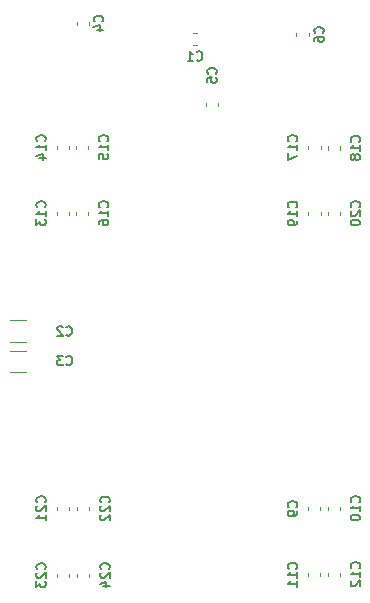
<source format=gbo>
%TF.GenerationSoftware,KiCad,Pcbnew,8.0.7*%
%TF.CreationDate,2025-02-08T20:50:40+05:30*%
%TF.ProjectId,AOS16 Double Buffer,414f5331-3620-4446-9f75-626c65204275,rev?*%
%TF.SameCoordinates,Original*%
%TF.FileFunction,Legend,Bot*%
%TF.FilePolarity,Positive*%
%FSLAX46Y46*%
G04 Gerber Fmt 4.6, Leading zero omitted, Abs format (unit mm)*
G04 Created by KiCad (PCBNEW 8.0.7) date 2025-02-08 20:50:40*
%MOMM*%
%LPD*%
G01*
G04 APERTURE LIST*
%ADD10C,0.200000*%
%ADD11C,0.120000*%
G04 APERTURE END LIST*
D10*
X58548504Y-34561667D02*
X58586600Y-34523571D01*
X58586600Y-34523571D02*
X58624695Y-34409286D01*
X58624695Y-34409286D02*
X58624695Y-34333095D01*
X58624695Y-34333095D02*
X58586600Y-34218809D01*
X58586600Y-34218809D02*
X58510409Y-34142619D01*
X58510409Y-34142619D02*
X58434219Y-34104524D01*
X58434219Y-34104524D02*
X58281838Y-34066428D01*
X58281838Y-34066428D02*
X58167552Y-34066428D01*
X58167552Y-34066428D02*
X58015171Y-34104524D01*
X58015171Y-34104524D02*
X57938980Y-34142619D01*
X57938980Y-34142619D02*
X57862790Y-34218809D01*
X57862790Y-34218809D02*
X57824695Y-34333095D01*
X57824695Y-34333095D02*
X57824695Y-34409286D01*
X57824695Y-34409286D02*
X57862790Y-34523571D01*
X57862790Y-34523571D02*
X57900885Y-34561667D01*
X57824695Y-35285476D02*
X57824695Y-34904524D01*
X57824695Y-34904524D02*
X58205647Y-34866428D01*
X58205647Y-34866428D02*
X58167552Y-34904524D01*
X58167552Y-34904524D02*
X58129457Y-34980714D01*
X58129457Y-34980714D02*
X58129457Y-35171190D01*
X58129457Y-35171190D02*
X58167552Y-35247381D01*
X58167552Y-35247381D02*
X58205647Y-35285476D01*
X58205647Y-35285476D02*
X58281838Y-35323571D01*
X58281838Y-35323571D02*
X58472314Y-35323571D01*
X58472314Y-35323571D02*
X58548504Y-35285476D01*
X58548504Y-35285476D02*
X58586600Y-35247381D01*
X58586600Y-35247381D02*
X58624695Y-35171190D01*
X58624695Y-35171190D02*
X58624695Y-34980714D01*
X58624695Y-34980714D02*
X58586600Y-34904524D01*
X58586600Y-34904524D02*
X58548504Y-34866428D01*
X67608504Y-31121667D02*
X67646600Y-31083571D01*
X67646600Y-31083571D02*
X67684695Y-30969286D01*
X67684695Y-30969286D02*
X67684695Y-30893095D01*
X67684695Y-30893095D02*
X67646600Y-30778809D01*
X67646600Y-30778809D02*
X67570409Y-30702619D01*
X67570409Y-30702619D02*
X67494219Y-30664524D01*
X67494219Y-30664524D02*
X67341838Y-30626428D01*
X67341838Y-30626428D02*
X67227552Y-30626428D01*
X67227552Y-30626428D02*
X67075171Y-30664524D01*
X67075171Y-30664524D02*
X66998980Y-30702619D01*
X66998980Y-30702619D02*
X66922790Y-30778809D01*
X66922790Y-30778809D02*
X66884695Y-30893095D01*
X66884695Y-30893095D02*
X66884695Y-30969286D01*
X66884695Y-30969286D02*
X66922790Y-31083571D01*
X66922790Y-31083571D02*
X66960885Y-31121667D01*
X66884695Y-31807381D02*
X66884695Y-31655000D01*
X66884695Y-31655000D02*
X66922790Y-31578809D01*
X66922790Y-31578809D02*
X66960885Y-31540714D01*
X66960885Y-31540714D02*
X67075171Y-31464524D01*
X67075171Y-31464524D02*
X67227552Y-31426428D01*
X67227552Y-31426428D02*
X67532314Y-31426428D01*
X67532314Y-31426428D02*
X67608504Y-31464524D01*
X67608504Y-31464524D02*
X67646600Y-31502619D01*
X67646600Y-31502619D02*
X67684695Y-31578809D01*
X67684695Y-31578809D02*
X67684695Y-31731190D01*
X67684695Y-31731190D02*
X67646600Y-31807381D01*
X67646600Y-31807381D02*
X67608504Y-31845476D01*
X67608504Y-31845476D02*
X67532314Y-31883571D01*
X67532314Y-31883571D02*
X67341838Y-31883571D01*
X67341838Y-31883571D02*
X67265647Y-31845476D01*
X67265647Y-31845476D02*
X67227552Y-31807381D01*
X67227552Y-31807381D02*
X67189457Y-31731190D01*
X67189457Y-31731190D02*
X67189457Y-31578809D01*
X67189457Y-31578809D02*
X67227552Y-31502619D01*
X67227552Y-31502619D02*
X67265647Y-31464524D01*
X67265647Y-31464524D02*
X67341838Y-31426428D01*
X56928332Y-33398504D02*
X56966428Y-33436600D01*
X56966428Y-33436600D02*
X57080713Y-33474695D01*
X57080713Y-33474695D02*
X57156904Y-33474695D01*
X57156904Y-33474695D02*
X57271190Y-33436600D01*
X57271190Y-33436600D02*
X57347380Y-33360409D01*
X57347380Y-33360409D02*
X57385475Y-33284219D01*
X57385475Y-33284219D02*
X57423571Y-33131838D01*
X57423571Y-33131838D02*
X57423571Y-33017552D01*
X57423571Y-33017552D02*
X57385475Y-32865171D01*
X57385475Y-32865171D02*
X57347380Y-32788980D01*
X57347380Y-32788980D02*
X57271190Y-32712790D01*
X57271190Y-32712790D02*
X57156904Y-32674695D01*
X57156904Y-32674695D02*
X57080713Y-32674695D01*
X57080713Y-32674695D02*
X56966428Y-32712790D01*
X56966428Y-32712790D02*
X56928332Y-32750885D01*
X56166428Y-33474695D02*
X56623571Y-33474695D01*
X56394999Y-33474695D02*
X56394999Y-32674695D01*
X56394999Y-32674695D02*
X56471190Y-32788980D01*
X56471190Y-32788980D02*
X56547380Y-32865171D01*
X56547380Y-32865171D02*
X56623571Y-32903266D01*
X48953504Y-30151667D02*
X48991600Y-30113571D01*
X48991600Y-30113571D02*
X49029695Y-29999286D01*
X49029695Y-29999286D02*
X49029695Y-29923095D01*
X49029695Y-29923095D02*
X48991600Y-29808809D01*
X48991600Y-29808809D02*
X48915409Y-29732619D01*
X48915409Y-29732619D02*
X48839219Y-29694524D01*
X48839219Y-29694524D02*
X48686838Y-29656428D01*
X48686838Y-29656428D02*
X48572552Y-29656428D01*
X48572552Y-29656428D02*
X48420171Y-29694524D01*
X48420171Y-29694524D02*
X48343980Y-29732619D01*
X48343980Y-29732619D02*
X48267790Y-29808809D01*
X48267790Y-29808809D02*
X48229695Y-29923095D01*
X48229695Y-29923095D02*
X48229695Y-29999286D01*
X48229695Y-29999286D02*
X48267790Y-30113571D01*
X48267790Y-30113571D02*
X48305885Y-30151667D01*
X48496361Y-30837381D02*
X49029695Y-30837381D01*
X48191600Y-30646905D02*
X48763028Y-30456428D01*
X48763028Y-30456428D02*
X48763028Y-30951667D01*
X45893332Y-56683504D02*
X45931428Y-56721600D01*
X45931428Y-56721600D02*
X46045713Y-56759695D01*
X46045713Y-56759695D02*
X46121904Y-56759695D01*
X46121904Y-56759695D02*
X46236190Y-56721600D01*
X46236190Y-56721600D02*
X46312380Y-56645409D01*
X46312380Y-56645409D02*
X46350475Y-56569219D01*
X46350475Y-56569219D02*
X46388571Y-56416838D01*
X46388571Y-56416838D02*
X46388571Y-56302552D01*
X46388571Y-56302552D02*
X46350475Y-56150171D01*
X46350475Y-56150171D02*
X46312380Y-56073980D01*
X46312380Y-56073980D02*
X46236190Y-55997790D01*
X46236190Y-55997790D02*
X46121904Y-55959695D01*
X46121904Y-55959695D02*
X46045713Y-55959695D01*
X46045713Y-55959695D02*
X45931428Y-55997790D01*
X45931428Y-55997790D02*
X45893332Y-56035885D01*
X45588571Y-56035885D02*
X45550475Y-55997790D01*
X45550475Y-55997790D02*
X45474285Y-55959695D01*
X45474285Y-55959695D02*
X45283809Y-55959695D01*
X45283809Y-55959695D02*
X45207618Y-55997790D01*
X45207618Y-55997790D02*
X45169523Y-56035885D01*
X45169523Y-56035885D02*
X45131428Y-56112076D01*
X45131428Y-56112076D02*
X45131428Y-56188266D01*
X45131428Y-56188266D02*
X45169523Y-56302552D01*
X45169523Y-56302552D02*
X45626666Y-56759695D01*
X45626666Y-56759695D02*
X45131428Y-56759695D01*
X44083504Y-76530714D02*
X44121600Y-76492618D01*
X44121600Y-76492618D02*
X44159695Y-76378333D01*
X44159695Y-76378333D02*
X44159695Y-76302142D01*
X44159695Y-76302142D02*
X44121600Y-76187856D01*
X44121600Y-76187856D02*
X44045409Y-76111666D01*
X44045409Y-76111666D02*
X43969219Y-76073571D01*
X43969219Y-76073571D02*
X43816838Y-76035475D01*
X43816838Y-76035475D02*
X43702552Y-76035475D01*
X43702552Y-76035475D02*
X43550171Y-76073571D01*
X43550171Y-76073571D02*
X43473980Y-76111666D01*
X43473980Y-76111666D02*
X43397790Y-76187856D01*
X43397790Y-76187856D02*
X43359695Y-76302142D01*
X43359695Y-76302142D02*
X43359695Y-76378333D01*
X43359695Y-76378333D02*
X43397790Y-76492618D01*
X43397790Y-76492618D02*
X43435885Y-76530714D01*
X43435885Y-76835475D02*
X43397790Y-76873571D01*
X43397790Y-76873571D02*
X43359695Y-76949761D01*
X43359695Y-76949761D02*
X43359695Y-77140237D01*
X43359695Y-77140237D02*
X43397790Y-77216428D01*
X43397790Y-77216428D02*
X43435885Y-77254523D01*
X43435885Y-77254523D02*
X43512076Y-77292618D01*
X43512076Y-77292618D02*
X43588266Y-77292618D01*
X43588266Y-77292618D02*
X43702552Y-77254523D01*
X43702552Y-77254523D02*
X44159695Y-76797380D01*
X44159695Y-76797380D02*
X44159695Y-77292618D01*
X43359695Y-77559285D02*
X43359695Y-78054523D01*
X43359695Y-78054523D02*
X43664457Y-77787857D01*
X43664457Y-77787857D02*
X43664457Y-77902142D01*
X43664457Y-77902142D02*
X43702552Y-77978333D01*
X43702552Y-77978333D02*
X43740647Y-78016428D01*
X43740647Y-78016428D02*
X43816838Y-78054523D01*
X43816838Y-78054523D02*
X44007314Y-78054523D01*
X44007314Y-78054523D02*
X44083504Y-78016428D01*
X44083504Y-78016428D02*
X44121600Y-77978333D01*
X44121600Y-77978333D02*
X44159695Y-77902142D01*
X44159695Y-77902142D02*
X44159695Y-77673571D01*
X44159695Y-77673571D02*
X44121600Y-77597380D01*
X44121600Y-77597380D02*
X44083504Y-77559285D01*
X65383504Y-76475714D02*
X65421600Y-76437618D01*
X65421600Y-76437618D02*
X65459695Y-76323333D01*
X65459695Y-76323333D02*
X65459695Y-76247142D01*
X65459695Y-76247142D02*
X65421600Y-76132856D01*
X65421600Y-76132856D02*
X65345409Y-76056666D01*
X65345409Y-76056666D02*
X65269219Y-76018571D01*
X65269219Y-76018571D02*
X65116838Y-75980475D01*
X65116838Y-75980475D02*
X65002552Y-75980475D01*
X65002552Y-75980475D02*
X64850171Y-76018571D01*
X64850171Y-76018571D02*
X64773980Y-76056666D01*
X64773980Y-76056666D02*
X64697790Y-76132856D01*
X64697790Y-76132856D02*
X64659695Y-76247142D01*
X64659695Y-76247142D02*
X64659695Y-76323333D01*
X64659695Y-76323333D02*
X64697790Y-76437618D01*
X64697790Y-76437618D02*
X64735885Y-76475714D01*
X65459695Y-77237618D02*
X65459695Y-76780475D01*
X65459695Y-77009047D02*
X64659695Y-77009047D01*
X64659695Y-77009047D02*
X64773980Y-76932856D01*
X64773980Y-76932856D02*
X64850171Y-76856666D01*
X64850171Y-76856666D02*
X64888266Y-76780475D01*
X65459695Y-77999523D02*
X65459695Y-77542380D01*
X65459695Y-77770952D02*
X64659695Y-77770952D01*
X64659695Y-77770952D02*
X64773980Y-77694761D01*
X64773980Y-77694761D02*
X64850171Y-77618571D01*
X64850171Y-77618571D02*
X64888266Y-77542380D01*
X49383504Y-45875714D02*
X49421600Y-45837618D01*
X49421600Y-45837618D02*
X49459695Y-45723333D01*
X49459695Y-45723333D02*
X49459695Y-45647142D01*
X49459695Y-45647142D02*
X49421600Y-45532856D01*
X49421600Y-45532856D02*
X49345409Y-45456666D01*
X49345409Y-45456666D02*
X49269219Y-45418571D01*
X49269219Y-45418571D02*
X49116838Y-45380475D01*
X49116838Y-45380475D02*
X49002552Y-45380475D01*
X49002552Y-45380475D02*
X48850171Y-45418571D01*
X48850171Y-45418571D02*
X48773980Y-45456666D01*
X48773980Y-45456666D02*
X48697790Y-45532856D01*
X48697790Y-45532856D02*
X48659695Y-45647142D01*
X48659695Y-45647142D02*
X48659695Y-45723333D01*
X48659695Y-45723333D02*
X48697790Y-45837618D01*
X48697790Y-45837618D02*
X48735885Y-45875714D01*
X49459695Y-46637618D02*
X49459695Y-46180475D01*
X49459695Y-46409047D02*
X48659695Y-46409047D01*
X48659695Y-46409047D02*
X48773980Y-46332856D01*
X48773980Y-46332856D02*
X48850171Y-46256666D01*
X48850171Y-46256666D02*
X48888266Y-46180475D01*
X48659695Y-47323333D02*
X48659695Y-47170952D01*
X48659695Y-47170952D02*
X48697790Y-47094761D01*
X48697790Y-47094761D02*
X48735885Y-47056666D01*
X48735885Y-47056666D02*
X48850171Y-46980476D01*
X48850171Y-46980476D02*
X49002552Y-46942380D01*
X49002552Y-46942380D02*
X49307314Y-46942380D01*
X49307314Y-46942380D02*
X49383504Y-46980476D01*
X49383504Y-46980476D02*
X49421600Y-47018571D01*
X49421600Y-47018571D02*
X49459695Y-47094761D01*
X49459695Y-47094761D02*
X49459695Y-47247142D01*
X49459695Y-47247142D02*
X49421600Y-47323333D01*
X49421600Y-47323333D02*
X49383504Y-47361428D01*
X49383504Y-47361428D02*
X49307314Y-47399523D01*
X49307314Y-47399523D02*
X49116838Y-47399523D01*
X49116838Y-47399523D02*
X49040647Y-47361428D01*
X49040647Y-47361428D02*
X49002552Y-47323333D01*
X49002552Y-47323333D02*
X48964457Y-47247142D01*
X48964457Y-47247142D02*
X48964457Y-47094761D01*
X48964457Y-47094761D02*
X49002552Y-47018571D01*
X49002552Y-47018571D02*
X49040647Y-46980476D01*
X49040647Y-46980476D02*
X49116838Y-46942380D01*
X70683504Y-45885714D02*
X70721600Y-45847618D01*
X70721600Y-45847618D02*
X70759695Y-45733333D01*
X70759695Y-45733333D02*
X70759695Y-45657142D01*
X70759695Y-45657142D02*
X70721600Y-45542856D01*
X70721600Y-45542856D02*
X70645409Y-45466666D01*
X70645409Y-45466666D02*
X70569219Y-45428571D01*
X70569219Y-45428571D02*
X70416838Y-45390475D01*
X70416838Y-45390475D02*
X70302552Y-45390475D01*
X70302552Y-45390475D02*
X70150171Y-45428571D01*
X70150171Y-45428571D02*
X70073980Y-45466666D01*
X70073980Y-45466666D02*
X69997790Y-45542856D01*
X69997790Y-45542856D02*
X69959695Y-45657142D01*
X69959695Y-45657142D02*
X69959695Y-45733333D01*
X69959695Y-45733333D02*
X69997790Y-45847618D01*
X69997790Y-45847618D02*
X70035885Y-45885714D01*
X70035885Y-46190475D02*
X69997790Y-46228571D01*
X69997790Y-46228571D02*
X69959695Y-46304761D01*
X69959695Y-46304761D02*
X69959695Y-46495237D01*
X69959695Y-46495237D02*
X69997790Y-46571428D01*
X69997790Y-46571428D02*
X70035885Y-46609523D01*
X70035885Y-46609523D02*
X70112076Y-46647618D01*
X70112076Y-46647618D02*
X70188266Y-46647618D01*
X70188266Y-46647618D02*
X70302552Y-46609523D01*
X70302552Y-46609523D02*
X70759695Y-46152380D01*
X70759695Y-46152380D02*
X70759695Y-46647618D01*
X69959695Y-47142857D02*
X69959695Y-47219047D01*
X69959695Y-47219047D02*
X69997790Y-47295238D01*
X69997790Y-47295238D02*
X70035885Y-47333333D01*
X70035885Y-47333333D02*
X70112076Y-47371428D01*
X70112076Y-47371428D02*
X70264457Y-47409523D01*
X70264457Y-47409523D02*
X70454933Y-47409523D01*
X70454933Y-47409523D02*
X70607314Y-47371428D01*
X70607314Y-47371428D02*
X70683504Y-47333333D01*
X70683504Y-47333333D02*
X70721600Y-47295238D01*
X70721600Y-47295238D02*
X70759695Y-47219047D01*
X70759695Y-47219047D02*
X70759695Y-47142857D01*
X70759695Y-47142857D02*
X70721600Y-47066666D01*
X70721600Y-47066666D02*
X70683504Y-47028571D01*
X70683504Y-47028571D02*
X70607314Y-46990476D01*
X70607314Y-46990476D02*
X70454933Y-46952380D01*
X70454933Y-46952380D02*
X70264457Y-46952380D01*
X70264457Y-46952380D02*
X70112076Y-46990476D01*
X70112076Y-46990476D02*
X70035885Y-47028571D01*
X70035885Y-47028571D02*
X69997790Y-47066666D01*
X69997790Y-47066666D02*
X69959695Y-47142857D01*
X44083504Y-40285714D02*
X44121600Y-40247618D01*
X44121600Y-40247618D02*
X44159695Y-40133333D01*
X44159695Y-40133333D02*
X44159695Y-40057142D01*
X44159695Y-40057142D02*
X44121600Y-39942856D01*
X44121600Y-39942856D02*
X44045409Y-39866666D01*
X44045409Y-39866666D02*
X43969219Y-39828571D01*
X43969219Y-39828571D02*
X43816838Y-39790475D01*
X43816838Y-39790475D02*
X43702552Y-39790475D01*
X43702552Y-39790475D02*
X43550171Y-39828571D01*
X43550171Y-39828571D02*
X43473980Y-39866666D01*
X43473980Y-39866666D02*
X43397790Y-39942856D01*
X43397790Y-39942856D02*
X43359695Y-40057142D01*
X43359695Y-40057142D02*
X43359695Y-40133333D01*
X43359695Y-40133333D02*
X43397790Y-40247618D01*
X43397790Y-40247618D02*
X43435885Y-40285714D01*
X44159695Y-41047618D02*
X44159695Y-40590475D01*
X44159695Y-40819047D02*
X43359695Y-40819047D01*
X43359695Y-40819047D02*
X43473980Y-40742856D01*
X43473980Y-40742856D02*
X43550171Y-40666666D01*
X43550171Y-40666666D02*
X43588266Y-40590475D01*
X43626361Y-41733333D02*
X44159695Y-41733333D01*
X43321600Y-41542857D02*
X43893028Y-41352380D01*
X43893028Y-41352380D02*
X43893028Y-41847619D01*
X45893332Y-59193504D02*
X45931428Y-59231600D01*
X45931428Y-59231600D02*
X46045713Y-59269695D01*
X46045713Y-59269695D02*
X46121904Y-59269695D01*
X46121904Y-59269695D02*
X46236190Y-59231600D01*
X46236190Y-59231600D02*
X46312380Y-59155409D01*
X46312380Y-59155409D02*
X46350475Y-59079219D01*
X46350475Y-59079219D02*
X46388571Y-58926838D01*
X46388571Y-58926838D02*
X46388571Y-58812552D01*
X46388571Y-58812552D02*
X46350475Y-58660171D01*
X46350475Y-58660171D02*
X46312380Y-58583980D01*
X46312380Y-58583980D02*
X46236190Y-58507790D01*
X46236190Y-58507790D02*
X46121904Y-58469695D01*
X46121904Y-58469695D02*
X46045713Y-58469695D01*
X46045713Y-58469695D02*
X45931428Y-58507790D01*
X45931428Y-58507790D02*
X45893332Y-58545885D01*
X45626666Y-58469695D02*
X45131428Y-58469695D01*
X45131428Y-58469695D02*
X45398094Y-58774457D01*
X45398094Y-58774457D02*
X45283809Y-58774457D01*
X45283809Y-58774457D02*
X45207618Y-58812552D01*
X45207618Y-58812552D02*
X45169523Y-58850647D01*
X45169523Y-58850647D02*
X45131428Y-58926838D01*
X45131428Y-58926838D02*
X45131428Y-59117314D01*
X45131428Y-59117314D02*
X45169523Y-59193504D01*
X45169523Y-59193504D02*
X45207618Y-59231600D01*
X45207618Y-59231600D02*
X45283809Y-59269695D01*
X45283809Y-59269695D02*
X45512380Y-59269695D01*
X45512380Y-59269695D02*
X45588571Y-59231600D01*
X45588571Y-59231600D02*
X45626666Y-59193504D01*
X49383504Y-40285714D02*
X49421600Y-40247618D01*
X49421600Y-40247618D02*
X49459695Y-40133333D01*
X49459695Y-40133333D02*
X49459695Y-40057142D01*
X49459695Y-40057142D02*
X49421600Y-39942856D01*
X49421600Y-39942856D02*
X49345409Y-39866666D01*
X49345409Y-39866666D02*
X49269219Y-39828571D01*
X49269219Y-39828571D02*
X49116838Y-39790475D01*
X49116838Y-39790475D02*
X49002552Y-39790475D01*
X49002552Y-39790475D02*
X48850171Y-39828571D01*
X48850171Y-39828571D02*
X48773980Y-39866666D01*
X48773980Y-39866666D02*
X48697790Y-39942856D01*
X48697790Y-39942856D02*
X48659695Y-40057142D01*
X48659695Y-40057142D02*
X48659695Y-40133333D01*
X48659695Y-40133333D02*
X48697790Y-40247618D01*
X48697790Y-40247618D02*
X48735885Y-40285714D01*
X49459695Y-41047618D02*
X49459695Y-40590475D01*
X49459695Y-40819047D02*
X48659695Y-40819047D01*
X48659695Y-40819047D02*
X48773980Y-40742856D01*
X48773980Y-40742856D02*
X48850171Y-40666666D01*
X48850171Y-40666666D02*
X48888266Y-40590475D01*
X48659695Y-41771428D02*
X48659695Y-41390476D01*
X48659695Y-41390476D02*
X49040647Y-41352380D01*
X49040647Y-41352380D02*
X49002552Y-41390476D01*
X49002552Y-41390476D02*
X48964457Y-41466666D01*
X48964457Y-41466666D02*
X48964457Y-41657142D01*
X48964457Y-41657142D02*
X49002552Y-41733333D01*
X49002552Y-41733333D02*
X49040647Y-41771428D01*
X49040647Y-41771428D02*
X49116838Y-41809523D01*
X49116838Y-41809523D02*
X49307314Y-41809523D01*
X49307314Y-41809523D02*
X49383504Y-41771428D01*
X49383504Y-41771428D02*
X49421600Y-41733333D01*
X49421600Y-41733333D02*
X49459695Y-41657142D01*
X49459695Y-41657142D02*
X49459695Y-41466666D01*
X49459695Y-41466666D02*
X49421600Y-41390476D01*
X49421600Y-41390476D02*
X49383504Y-41352380D01*
X70683504Y-40345714D02*
X70721600Y-40307618D01*
X70721600Y-40307618D02*
X70759695Y-40193333D01*
X70759695Y-40193333D02*
X70759695Y-40117142D01*
X70759695Y-40117142D02*
X70721600Y-40002856D01*
X70721600Y-40002856D02*
X70645409Y-39926666D01*
X70645409Y-39926666D02*
X70569219Y-39888571D01*
X70569219Y-39888571D02*
X70416838Y-39850475D01*
X70416838Y-39850475D02*
X70302552Y-39850475D01*
X70302552Y-39850475D02*
X70150171Y-39888571D01*
X70150171Y-39888571D02*
X70073980Y-39926666D01*
X70073980Y-39926666D02*
X69997790Y-40002856D01*
X69997790Y-40002856D02*
X69959695Y-40117142D01*
X69959695Y-40117142D02*
X69959695Y-40193333D01*
X69959695Y-40193333D02*
X69997790Y-40307618D01*
X69997790Y-40307618D02*
X70035885Y-40345714D01*
X70759695Y-41107618D02*
X70759695Y-40650475D01*
X70759695Y-40879047D02*
X69959695Y-40879047D01*
X69959695Y-40879047D02*
X70073980Y-40802856D01*
X70073980Y-40802856D02*
X70150171Y-40726666D01*
X70150171Y-40726666D02*
X70188266Y-40650475D01*
X70302552Y-41564761D02*
X70264457Y-41488571D01*
X70264457Y-41488571D02*
X70226361Y-41450476D01*
X70226361Y-41450476D02*
X70150171Y-41412380D01*
X70150171Y-41412380D02*
X70112076Y-41412380D01*
X70112076Y-41412380D02*
X70035885Y-41450476D01*
X70035885Y-41450476D02*
X69997790Y-41488571D01*
X69997790Y-41488571D02*
X69959695Y-41564761D01*
X69959695Y-41564761D02*
X69959695Y-41717142D01*
X69959695Y-41717142D02*
X69997790Y-41793333D01*
X69997790Y-41793333D02*
X70035885Y-41831428D01*
X70035885Y-41831428D02*
X70112076Y-41869523D01*
X70112076Y-41869523D02*
X70150171Y-41869523D01*
X70150171Y-41869523D02*
X70226361Y-41831428D01*
X70226361Y-41831428D02*
X70264457Y-41793333D01*
X70264457Y-41793333D02*
X70302552Y-41717142D01*
X70302552Y-41717142D02*
X70302552Y-41564761D01*
X70302552Y-41564761D02*
X70340647Y-41488571D01*
X70340647Y-41488571D02*
X70378742Y-41450476D01*
X70378742Y-41450476D02*
X70454933Y-41412380D01*
X70454933Y-41412380D02*
X70607314Y-41412380D01*
X70607314Y-41412380D02*
X70683504Y-41450476D01*
X70683504Y-41450476D02*
X70721600Y-41488571D01*
X70721600Y-41488571D02*
X70759695Y-41564761D01*
X70759695Y-41564761D02*
X70759695Y-41717142D01*
X70759695Y-41717142D02*
X70721600Y-41793333D01*
X70721600Y-41793333D02*
X70683504Y-41831428D01*
X70683504Y-41831428D02*
X70607314Y-41869523D01*
X70607314Y-41869523D02*
X70454933Y-41869523D01*
X70454933Y-41869523D02*
X70378742Y-41831428D01*
X70378742Y-41831428D02*
X70340647Y-41793333D01*
X70340647Y-41793333D02*
X70302552Y-41717142D01*
X49483504Y-70868214D02*
X49521600Y-70830118D01*
X49521600Y-70830118D02*
X49559695Y-70715833D01*
X49559695Y-70715833D02*
X49559695Y-70639642D01*
X49559695Y-70639642D02*
X49521600Y-70525356D01*
X49521600Y-70525356D02*
X49445409Y-70449166D01*
X49445409Y-70449166D02*
X49369219Y-70411071D01*
X49369219Y-70411071D02*
X49216838Y-70372975D01*
X49216838Y-70372975D02*
X49102552Y-70372975D01*
X49102552Y-70372975D02*
X48950171Y-70411071D01*
X48950171Y-70411071D02*
X48873980Y-70449166D01*
X48873980Y-70449166D02*
X48797790Y-70525356D01*
X48797790Y-70525356D02*
X48759695Y-70639642D01*
X48759695Y-70639642D02*
X48759695Y-70715833D01*
X48759695Y-70715833D02*
X48797790Y-70830118D01*
X48797790Y-70830118D02*
X48835885Y-70868214D01*
X48835885Y-71172975D02*
X48797790Y-71211071D01*
X48797790Y-71211071D02*
X48759695Y-71287261D01*
X48759695Y-71287261D02*
X48759695Y-71477737D01*
X48759695Y-71477737D02*
X48797790Y-71553928D01*
X48797790Y-71553928D02*
X48835885Y-71592023D01*
X48835885Y-71592023D02*
X48912076Y-71630118D01*
X48912076Y-71630118D02*
X48988266Y-71630118D01*
X48988266Y-71630118D02*
X49102552Y-71592023D01*
X49102552Y-71592023D02*
X49559695Y-71134880D01*
X49559695Y-71134880D02*
X49559695Y-71630118D01*
X48835885Y-71934880D02*
X48797790Y-71972976D01*
X48797790Y-71972976D02*
X48759695Y-72049166D01*
X48759695Y-72049166D02*
X48759695Y-72239642D01*
X48759695Y-72239642D02*
X48797790Y-72315833D01*
X48797790Y-72315833D02*
X48835885Y-72353928D01*
X48835885Y-72353928D02*
X48912076Y-72392023D01*
X48912076Y-72392023D02*
X48988266Y-72392023D01*
X48988266Y-72392023D02*
X49102552Y-72353928D01*
X49102552Y-72353928D02*
X49559695Y-71896785D01*
X49559695Y-71896785D02*
X49559695Y-72392023D01*
X65383504Y-45890714D02*
X65421600Y-45852618D01*
X65421600Y-45852618D02*
X65459695Y-45738333D01*
X65459695Y-45738333D02*
X65459695Y-45662142D01*
X65459695Y-45662142D02*
X65421600Y-45547856D01*
X65421600Y-45547856D02*
X65345409Y-45471666D01*
X65345409Y-45471666D02*
X65269219Y-45433571D01*
X65269219Y-45433571D02*
X65116838Y-45395475D01*
X65116838Y-45395475D02*
X65002552Y-45395475D01*
X65002552Y-45395475D02*
X64850171Y-45433571D01*
X64850171Y-45433571D02*
X64773980Y-45471666D01*
X64773980Y-45471666D02*
X64697790Y-45547856D01*
X64697790Y-45547856D02*
X64659695Y-45662142D01*
X64659695Y-45662142D02*
X64659695Y-45738333D01*
X64659695Y-45738333D02*
X64697790Y-45852618D01*
X64697790Y-45852618D02*
X64735885Y-45890714D01*
X65459695Y-46652618D02*
X65459695Y-46195475D01*
X65459695Y-46424047D02*
X64659695Y-46424047D01*
X64659695Y-46424047D02*
X64773980Y-46347856D01*
X64773980Y-46347856D02*
X64850171Y-46271666D01*
X64850171Y-46271666D02*
X64888266Y-46195475D01*
X65459695Y-47033571D02*
X65459695Y-47185952D01*
X65459695Y-47185952D02*
X65421600Y-47262142D01*
X65421600Y-47262142D02*
X65383504Y-47300238D01*
X65383504Y-47300238D02*
X65269219Y-47376428D01*
X65269219Y-47376428D02*
X65116838Y-47414523D01*
X65116838Y-47414523D02*
X64812076Y-47414523D01*
X64812076Y-47414523D02*
X64735885Y-47376428D01*
X64735885Y-47376428D02*
X64697790Y-47338333D01*
X64697790Y-47338333D02*
X64659695Y-47262142D01*
X64659695Y-47262142D02*
X64659695Y-47109761D01*
X64659695Y-47109761D02*
X64697790Y-47033571D01*
X64697790Y-47033571D02*
X64735885Y-46995476D01*
X64735885Y-46995476D02*
X64812076Y-46957380D01*
X64812076Y-46957380D02*
X65002552Y-46957380D01*
X65002552Y-46957380D02*
X65078742Y-46995476D01*
X65078742Y-46995476D02*
X65116838Y-47033571D01*
X65116838Y-47033571D02*
X65154933Y-47109761D01*
X65154933Y-47109761D02*
X65154933Y-47262142D01*
X65154933Y-47262142D02*
X65116838Y-47338333D01*
X65116838Y-47338333D02*
X65078742Y-47376428D01*
X65078742Y-47376428D02*
X65002552Y-47414523D01*
X44083504Y-70865714D02*
X44121600Y-70827618D01*
X44121600Y-70827618D02*
X44159695Y-70713333D01*
X44159695Y-70713333D02*
X44159695Y-70637142D01*
X44159695Y-70637142D02*
X44121600Y-70522856D01*
X44121600Y-70522856D02*
X44045409Y-70446666D01*
X44045409Y-70446666D02*
X43969219Y-70408571D01*
X43969219Y-70408571D02*
X43816838Y-70370475D01*
X43816838Y-70370475D02*
X43702552Y-70370475D01*
X43702552Y-70370475D02*
X43550171Y-70408571D01*
X43550171Y-70408571D02*
X43473980Y-70446666D01*
X43473980Y-70446666D02*
X43397790Y-70522856D01*
X43397790Y-70522856D02*
X43359695Y-70637142D01*
X43359695Y-70637142D02*
X43359695Y-70713333D01*
X43359695Y-70713333D02*
X43397790Y-70827618D01*
X43397790Y-70827618D02*
X43435885Y-70865714D01*
X43435885Y-71170475D02*
X43397790Y-71208571D01*
X43397790Y-71208571D02*
X43359695Y-71284761D01*
X43359695Y-71284761D02*
X43359695Y-71475237D01*
X43359695Y-71475237D02*
X43397790Y-71551428D01*
X43397790Y-71551428D02*
X43435885Y-71589523D01*
X43435885Y-71589523D02*
X43512076Y-71627618D01*
X43512076Y-71627618D02*
X43588266Y-71627618D01*
X43588266Y-71627618D02*
X43702552Y-71589523D01*
X43702552Y-71589523D02*
X44159695Y-71132380D01*
X44159695Y-71132380D02*
X44159695Y-71627618D01*
X44159695Y-72389523D02*
X44159695Y-71932380D01*
X44159695Y-72160952D02*
X43359695Y-72160952D01*
X43359695Y-72160952D02*
X43473980Y-72084761D01*
X43473980Y-72084761D02*
X43550171Y-72008571D01*
X43550171Y-72008571D02*
X43588266Y-71932380D01*
X65383504Y-71256667D02*
X65421600Y-71218571D01*
X65421600Y-71218571D02*
X65459695Y-71104286D01*
X65459695Y-71104286D02*
X65459695Y-71028095D01*
X65459695Y-71028095D02*
X65421600Y-70913809D01*
X65421600Y-70913809D02*
X65345409Y-70837619D01*
X65345409Y-70837619D02*
X65269219Y-70799524D01*
X65269219Y-70799524D02*
X65116838Y-70761428D01*
X65116838Y-70761428D02*
X65002552Y-70761428D01*
X65002552Y-70761428D02*
X64850171Y-70799524D01*
X64850171Y-70799524D02*
X64773980Y-70837619D01*
X64773980Y-70837619D02*
X64697790Y-70913809D01*
X64697790Y-70913809D02*
X64659695Y-71028095D01*
X64659695Y-71028095D02*
X64659695Y-71104286D01*
X64659695Y-71104286D02*
X64697790Y-71218571D01*
X64697790Y-71218571D02*
X64735885Y-71256667D01*
X65459695Y-71637619D02*
X65459695Y-71790000D01*
X65459695Y-71790000D02*
X65421600Y-71866190D01*
X65421600Y-71866190D02*
X65383504Y-71904286D01*
X65383504Y-71904286D02*
X65269219Y-71980476D01*
X65269219Y-71980476D02*
X65116838Y-72018571D01*
X65116838Y-72018571D02*
X64812076Y-72018571D01*
X64812076Y-72018571D02*
X64735885Y-71980476D01*
X64735885Y-71980476D02*
X64697790Y-71942381D01*
X64697790Y-71942381D02*
X64659695Y-71866190D01*
X64659695Y-71866190D02*
X64659695Y-71713809D01*
X64659695Y-71713809D02*
X64697790Y-71637619D01*
X64697790Y-71637619D02*
X64735885Y-71599524D01*
X64735885Y-71599524D02*
X64812076Y-71561428D01*
X64812076Y-71561428D02*
X65002552Y-71561428D01*
X65002552Y-71561428D02*
X65078742Y-71599524D01*
X65078742Y-71599524D02*
X65116838Y-71637619D01*
X65116838Y-71637619D02*
X65154933Y-71713809D01*
X65154933Y-71713809D02*
X65154933Y-71866190D01*
X65154933Y-71866190D02*
X65116838Y-71942381D01*
X65116838Y-71942381D02*
X65078742Y-71980476D01*
X65078742Y-71980476D02*
X65002552Y-72018571D01*
X70683504Y-76435714D02*
X70721600Y-76397618D01*
X70721600Y-76397618D02*
X70759695Y-76283333D01*
X70759695Y-76283333D02*
X70759695Y-76207142D01*
X70759695Y-76207142D02*
X70721600Y-76092856D01*
X70721600Y-76092856D02*
X70645409Y-76016666D01*
X70645409Y-76016666D02*
X70569219Y-75978571D01*
X70569219Y-75978571D02*
X70416838Y-75940475D01*
X70416838Y-75940475D02*
X70302552Y-75940475D01*
X70302552Y-75940475D02*
X70150171Y-75978571D01*
X70150171Y-75978571D02*
X70073980Y-76016666D01*
X70073980Y-76016666D02*
X69997790Y-76092856D01*
X69997790Y-76092856D02*
X69959695Y-76207142D01*
X69959695Y-76207142D02*
X69959695Y-76283333D01*
X69959695Y-76283333D02*
X69997790Y-76397618D01*
X69997790Y-76397618D02*
X70035885Y-76435714D01*
X70759695Y-77197618D02*
X70759695Y-76740475D01*
X70759695Y-76969047D02*
X69959695Y-76969047D01*
X69959695Y-76969047D02*
X70073980Y-76892856D01*
X70073980Y-76892856D02*
X70150171Y-76816666D01*
X70150171Y-76816666D02*
X70188266Y-76740475D01*
X70035885Y-77502380D02*
X69997790Y-77540476D01*
X69997790Y-77540476D02*
X69959695Y-77616666D01*
X69959695Y-77616666D02*
X69959695Y-77807142D01*
X69959695Y-77807142D02*
X69997790Y-77883333D01*
X69997790Y-77883333D02*
X70035885Y-77921428D01*
X70035885Y-77921428D02*
X70112076Y-77959523D01*
X70112076Y-77959523D02*
X70188266Y-77959523D01*
X70188266Y-77959523D02*
X70302552Y-77921428D01*
X70302552Y-77921428D02*
X70759695Y-77464285D01*
X70759695Y-77464285D02*
X70759695Y-77959523D01*
X44083504Y-45885714D02*
X44121600Y-45847618D01*
X44121600Y-45847618D02*
X44159695Y-45733333D01*
X44159695Y-45733333D02*
X44159695Y-45657142D01*
X44159695Y-45657142D02*
X44121600Y-45542856D01*
X44121600Y-45542856D02*
X44045409Y-45466666D01*
X44045409Y-45466666D02*
X43969219Y-45428571D01*
X43969219Y-45428571D02*
X43816838Y-45390475D01*
X43816838Y-45390475D02*
X43702552Y-45390475D01*
X43702552Y-45390475D02*
X43550171Y-45428571D01*
X43550171Y-45428571D02*
X43473980Y-45466666D01*
X43473980Y-45466666D02*
X43397790Y-45542856D01*
X43397790Y-45542856D02*
X43359695Y-45657142D01*
X43359695Y-45657142D02*
X43359695Y-45733333D01*
X43359695Y-45733333D02*
X43397790Y-45847618D01*
X43397790Y-45847618D02*
X43435885Y-45885714D01*
X44159695Y-46647618D02*
X44159695Y-46190475D01*
X44159695Y-46419047D02*
X43359695Y-46419047D01*
X43359695Y-46419047D02*
X43473980Y-46342856D01*
X43473980Y-46342856D02*
X43550171Y-46266666D01*
X43550171Y-46266666D02*
X43588266Y-46190475D01*
X43359695Y-46914285D02*
X43359695Y-47409523D01*
X43359695Y-47409523D02*
X43664457Y-47142857D01*
X43664457Y-47142857D02*
X43664457Y-47257142D01*
X43664457Y-47257142D02*
X43702552Y-47333333D01*
X43702552Y-47333333D02*
X43740647Y-47371428D01*
X43740647Y-47371428D02*
X43816838Y-47409523D01*
X43816838Y-47409523D02*
X44007314Y-47409523D01*
X44007314Y-47409523D02*
X44083504Y-47371428D01*
X44083504Y-47371428D02*
X44121600Y-47333333D01*
X44121600Y-47333333D02*
X44159695Y-47257142D01*
X44159695Y-47257142D02*
X44159695Y-47028571D01*
X44159695Y-47028571D02*
X44121600Y-46952380D01*
X44121600Y-46952380D02*
X44083504Y-46914285D01*
X49483504Y-76510714D02*
X49521600Y-76472618D01*
X49521600Y-76472618D02*
X49559695Y-76358333D01*
X49559695Y-76358333D02*
X49559695Y-76282142D01*
X49559695Y-76282142D02*
X49521600Y-76167856D01*
X49521600Y-76167856D02*
X49445409Y-76091666D01*
X49445409Y-76091666D02*
X49369219Y-76053571D01*
X49369219Y-76053571D02*
X49216838Y-76015475D01*
X49216838Y-76015475D02*
X49102552Y-76015475D01*
X49102552Y-76015475D02*
X48950171Y-76053571D01*
X48950171Y-76053571D02*
X48873980Y-76091666D01*
X48873980Y-76091666D02*
X48797790Y-76167856D01*
X48797790Y-76167856D02*
X48759695Y-76282142D01*
X48759695Y-76282142D02*
X48759695Y-76358333D01*
X48759695Y-76358333D02*
X48797790Y-76472618D01*
X48797790Y-76472618D02*
X48835885Y-76510714D01*
X48835885Y-76815475D02*
X48797790Y-76853571D01*
X48797790Y-76853571D02*
X48759695Y-76929761D01*
X48759695Y-76929761D02*
X48759695Y-77120237D01*
X48759695Y-77120237D02*
X48797790Y-77196428D01*
X48797790Y-77196428D02*
X48835885Y-77234523D01*
X48835885Y-77234523D02*
X48912076Y-77272618D01*
X48912076Y-77272618D02*
X48988266Y-77272618D01*
X48988266Y-77272618D02*
X49102552Y-77234523D01*
X49102552Y-77234523D02*
X49559695Y-76777380D01*
X49559695Y-76777380D02*
X49559695Y-77272618D01*
X49026361Y-77958333D02*
X49559695Y-77958333D01*
X48721600Y-77767857D02*
X49293028Y-77577380D01*
X49293028Y-77577380D02*
X49293028Y-78072619D01*
X65383504Y-40285714D02*
X65421600Y-40247618D01*
X65421600Y-40247618D02*
X65459695Y-40133333D01*
X65459695Y-40133333D02*
X65459695Y-40057142D01*
X65459695Y-40057142D02*
X65421600Y-39942856D01*
X65421600Y-39942856D02*
X65345409Y-39866666D01*
X65345409Y-39866666D02*
X65269219Y-39828571D01*
X65269219Y-39828571D02*
X65116838Y-39790475D01*
X65116838Y-39790475D02*
X65002552Y-39790475D01*
X65002552Y-39790475D02*
X64850171Y-39828571D01*
X64850171Y-39828571D02*
X64773980Y-39866666D01*
X64773980Y-39866666D02*
X64697790Y-39942856D01*
X64697790Y-39942856D02*
X64659695Y-40057142D01*
X64659695Y-40057142D02*
X64659695Y-40133333D01*
X64659695Y-40133333D02*
X64697790Y-40247618D01*
X64697790Y-40247618D02*
X64735885Y-40285714D01*
X65459695Y-41047618D02*
X65459695Y-40590475D01*
X65459695Y-40819047D02*
X64659695Y-40819047D01*
X64659695Y-40819047D02*
X64773980Y-40742856D01*
X64773980Y-40742856D02*
X64850171Y-40666666D01*
X64850171Y-40666666D02*
X64888266Y-40590475D01*
X64659695Y-41314285D02*
X64659695Y-41847619D01*
X64659695Y-41847619D02*
X65459695Y-41504761D01*
X70683504Y-70845714D02*
X70721600Y-70807618D01*
X70721600Y-70807618D02*
X70759695Y-70693333D01*
X70759695Y-70693333D02*
X70759695Y-70617142D01*
X70759695Y-70617142D02*
X70721600Y-70502856D01*
X70721600Y-70502856D02*
X70645409Y-70426666D01*
X70645409Y-70426666D02*
X70569219Y-70388571D01*
X70569219Y-70388571D02*
X70416838Y-70350475D01*
X70416838Y-70350475D02*
X70302552Y-70350475D01*
X70302552Y-70350475D02*
X70150171Y-70388571D01*
X70150171Y-70388571D02*
X70073980Y-70426666D01*
X70073980Y-70426666D02*
X69997790Y-70502856D01*
X69997790Y-70502856D02*
X69959695Y-70617142D01*
X69959695Y-70617142D02*
X69959695Y-70693333D01*
X69959695Y-70693333D02*
X69997790Y-70807618D01*
X69997790Y-70807618D02*
X70035885Y-70845714D01*
X70759695Y-71607618D02*
X70759695Y-71150475D01*
X70759695Y-71379047D02*
X69959695Y-71379047D01*
X69959695Y-71379047D02*
X70073980Y-71302856D01*
X70073980Y-71302856D02*
X70150171Y-71226666D01*
X70150171Y-71226666D02*
X70188266Y-71150475D01*
X69959695Y-72102857D02*
X69959695Y-72179047D01*
X69959695Y-72179047D02*
X69997790Y-72255238D01*
X69997790Y-72255238D02*
X70035885Y-72293333D01*
X70035885Y-72293333D02*
X70112076Y-72331428D01*
X70112076Y-72331428D02*
X70264457Y-72369523D01*
X70264457Y-72369523D02*
X70454933Y-72369523D01*
X70454933Y-72369523D02*
X70607314Y-72331428D01*
X70607314Y-72331428D02*
X70683504Y-72293333D01*
X70683504Y-72293333D02*
X70721600Y-72255238D01*
X70721600Y-72255238D02*
X70759695Y-72179047D01*
X70759695Y-72179047D02*
X70759695Y-72102857D01*
X70759695Y-72102857D02*
X70721600Y-72026666D01*
X70721600Y-72026666D02*
X70683504Y-71988571D01*
X70683504Y-71988571D02*
X70607314Y-71950476D01*
X70607314Y-71950476D02*
X70454933Y-71912380D01*
X70454933Y-71912380D02*
X70264457Y-71912380D01*
X70264457Y-71912380D02*
X70112076Y-71950476D01*
X70112076Y-71950476D02*
X70035885Y-71988571D01*
X70035885Y-71988571D02*
X69997790Y-72026666D01*
X69997790Y-72026666D02*
X69959695Y-72102857D01*
D11*
%TO.C,C5*%
X58755000Y-37320580D02*
X58755000Y-37039420D01*
X57735000Y-37320580D02*
X57735000Y-37039420D01*
%TO.C,C6*%
X66405000Y-31114420D02*
X66405000Y-31395580D01*
X65385000Y-31114420D02*
X65385000Y-31395580D01*
%TO.C,C1*%
X56654420Y-31105000D02*
X56935580Y-31105000D01*
X56654420Y-32125000D02*
X56935580Y-32125000D01*
%TO.C,C4*%
X47780000Y-30450580D02*
X47780000Y-30169420D01*
X46760000Y-30450580D02*
X46760000Y-30169420D01*
%TO.C,C2*%
X42516252Y-55465000D02*
X41093748Y-55465000D01*
X42516252Y-57285000D02*
X41093748Y-57285000D01*
%TO.C,C23*%
X45080000Y-77185580D02*
X45080000Y-76904420D01*
X46100000Y-77185580D02*
X46100000Y-76904420D01*
%TO.C,C11*%
X66395000Y-77110580D02*
X66395000Y-76829420D01*
X67415000Y-77110580D02*
X67415000Y-76829420D01*
%TO.C,C16*%
X46685000Y-46525580D02*
X46685000Y-46244420D01*
X47705000Y-46525580D02*
X47705000Y-46244420D01*
%TO.C,C20*%
X69110000Y-46525580D02*
X69110000Y-46244420D01*
X68090000Y-46525580D02*
X68090000Y-46244420D01*
%TO.C,C14*%
X45075000Y-40669420D02*
X45075000Y-40950580D01*
X46095000Y-40669420D02*
X46095000Y-40950580D01*
%TO.C,C3*%
X42511252Y-58020000D02*
X41088748Y-58020000D01*
X42511252Y-59840000D02*
X41088748Y-59840000D01*
%TO.C,C15*%
X46685000Y-40669420D02*
X46685000Y-40950580D01*
X47705000Y-40669420D02*
X47705000Y-40950580D01*
%TO.C,C18*%
X68090000Y-40719420D02*
X68090000Y-41000580D01*
X69110000Y-40719420D02*
X69110000Y-41000580D01*
%TO.C,C22*%
X46800000Y-71256920D02*
X46800000Y-71538080D01*
X47820000Y-71256920D02*
X47820000Y-71538080D01*
%TO.C,C19*%
X66400000Y-46525580D02*
X66400000Y-46244420D01*
X67420000Y-46525580D02*
X67420000Y-46244420D01*
%TO.C,C21*%
X45095000Y-71269420D02*
X45095000Y-71550580D01*
X46115000Y-71269420D02*
X46115000Y-71550580D01*
%TO.C,C9*%
X66395000Y-71254420D02*
X66395000Y-71535580D01*
X67415000Y-71254420D02*
X67415000Y-71535580D01*
%TO.C,C12*%
X68035000Y-77110580D02*
X68035000Y-76829420D01*
X69055000Y-77110580D02*
X69055000Y-76829420D01*
%TO.C,C13*%
X46095000Y-46525580D02*
X46095000Y-46244420D01*
X45075000Y-46525580D02*
X45075000Y-46244420D01*
%TO.C,C24*%
X46800000Y-77185580D02*
X46800000Y-76904420D01*
X47820000Y-77185580D02*
X47820000Y-76904420D01*
%TO.C,C17*%
X66400000Y-40669420D02*
X66400000Y-40950580D01*
X67420000Y-40669420D02*
X67420000Y-40950580D01*
%TO.C,C10*%
X68035000Y-71254420D02*
X68035000Y-71535580D01*
X69055000Y-71254420D02*
X69055000Y-71535580D01*
%TD*%
M02*

</source>
